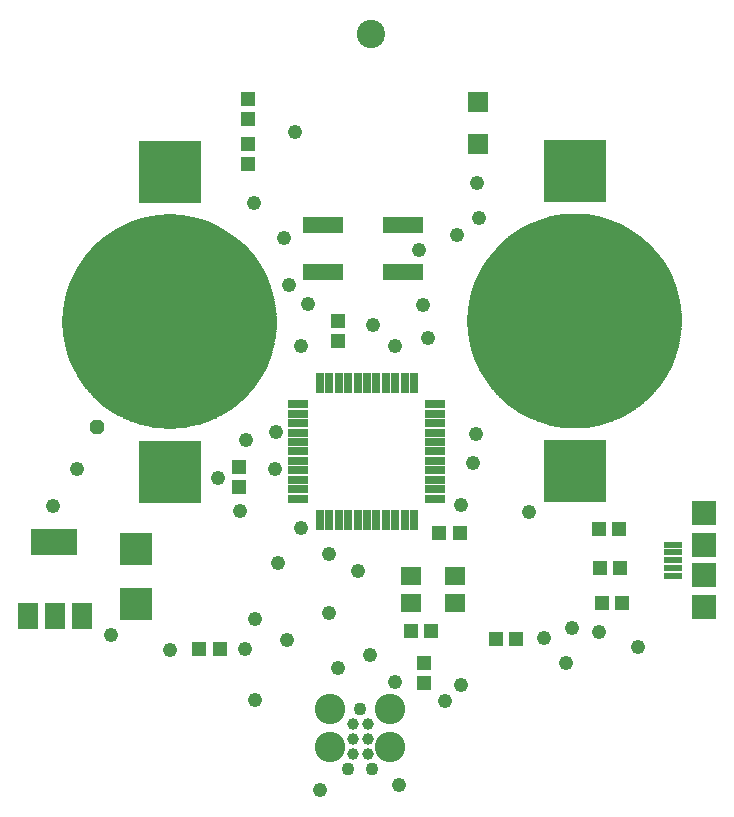
<source format=gts>
G75*
%MOIN*%
%OFA0B0*%
%FSLAX25Y25*%
%IPPOS*%
%LPD*%
%AMOC8*
5,1,8,0,0,1.08239X$1,22.5*
%
%ADD10C,0.09461*%
%ADD11R,0.06706X0.02769*%
%ADD12R,0.02769X0.06706*%
%ADD13R,0.13398X0.05524*%
%ADD14R,0.05131X0.04737*%
%ADD15R,0.04737X0.05131*%
%ADD16R,0.06312X0.02178*%
%ADD17R,0.08280X0.07887*%
%ADD18R,0.08280X0.08280*%
%ADD19R,0.06706X0.06706*%
%ADD20R,0.07099X0.05918*%
%ADD21R,0.06700X0.08700*%
%ADD22R,0.15800X0.08700*%
%ADD23R,0.16800X0.16800*%
%ADD24R,0.20800X0.20800*%
%ADD25C,0.00500*%
%ADD26C,0.03900*%
%ADD27C,0.04300*%
%ADD28C,0.10150*%
%ADD29R,0.10800X0.10800*%
%ADD30C,0.04762*%
%ADD31OC8,0.04762*%
D10*
X0202000Y0304117D03*
D11*
X0223585Y0180615D03*
X0223585Y0177465D03*
X0223585Y0174316D03*
X0223585Y0171166D03*
X0223585Y0168016D03*
X0223585Y0164867D03*
X0223585Y0161717D03*
X0223585Y0158568D03*
X0223585Y0155418D03*
X0223585Y0152268D03*
X0223585Y0149119D03*
X0177915Y0149119D03*
X0177915Y0152268D03*
X0177915Y0155418D03*
X0177915Y0158568D03*
X0177915Y0161717D03*
X0177915Y0164867D03*
X0177915Y0168016D03*
X0177915Y0171166D03*
X0177915Y0174316D03*
X0177915Y0177465D03*
X0177915Y0180615D03*
D12*
X0185002Y0187701D03*
X0188152Y0187701D03*
X0191301Y0187701D03*
X0194451Y0187701D03*
X0197600Y0187701D03*
X0200750Y0187701D03*
X0203900Y0187701D03*
X0207049Y0187701D03*
X0210199Y0187701D03*
X0213348Y0187701D03*
X0216498Y0187701D03*
X0216498Y0142032D03*
X0213348Y0142032D03*
X0210199Y0142032D03*
X0207049Y0142032D03*
X0203900Y0142032D03*
X0200750Y0142032D03*
X0197600Y0142032D03*
X0194451Y0142032D03*
X0191301Y0142032D03*
X0188152Y0142032D03*
X0185002Y0142032D03*
D13*
X0186114Y0224743D03*
X0186114Y0240491D03*
X0212886Y0240491D03*
X0212886Y0224743D03*
D14*
X0161000Y0260520D03*
X0161000Y0267213D03*
X0161000Y0275520D03*
X0161000Y0282213D03*
X0224904Y0137617D03*
X0231596Y0137617D03*
X0222096Y0104867D03*
X0215404Y0104867D03*
X0243654Y0102367D03*
X0250346Y0102367D03*
X0279154Y0114367D03*
X0285846Y0114367D03*
X0151596Y0099117D03*
X0144904Y0099117D03*
D15*
X0158250Y0153020D03*
X0158250Y0159713D03*
X0191250Y0201520D03*
X0191250Y0208213D03*
X0278154Y0138867D03*
X0284846Y0138867D03*
X0285096Y0125867D03*
X0278404Y0125867D03*
X0219750Y0094463D03*
X0219750Y0087770D03*
D16*
X0302817Y0123499D03*
X0302817Y0126058D03*
X0302817Y0128617D03*
X0302817Y0131176D03*
X0302817Y0133735D03*
D17*
X0313250Y0144365D03*
X0313250Y0112869D03*
D18*
X0313250Y0123617D03*
X0313250Y0133617D03*
D19*
X0237750Y0267477D03*
X0237750Y0281257D03*
D20*
X0230230Y0123394D03*
X0230230Y0114339D03*
X0215270Y0114339D03*
X0215270Y0123394D03*
D21*
X0105600Y0109967D03*
X0096600Y0109967D03*
X0087600Y0109967D03*
D22*
X0096500Y0134767D03*
D23*
X0135000Y0208117D03*
X0270000Y0208367D03*
D24*
X0270000Y0258367D03*
X0270000Y0158367D03*
X0135000Y0158117D03*
X0135000Y0258117D03*
D25*
X0135000Y0243550D02*
X0131033Y0243327D01*
X0127115Y0242661D01*
X0123297Y0241561D01*
X0119626Y0240041D01*
X0116148Y0238119D01*
X0112908Y0235819D01*
X0109945Y0233172D01*
X0107297Y0230209D01*
X0104998Y0226968D01*
X0103076Y0223491D01*
X0101555Y0219820D01*
X0100455Y0216001D01*
X0099790Y0212084D01*
X0099567Y0208117D01*
X0099790Y0204150D01*
X0100455Y0200232D01*
X0101555Y0196414D01*
X0103076Y0192743D01*
X0104998Y0189265D01*
X0107297Y0186025D01*
X0109945Y0183062D01*
X0112908Y0180414D01*
X0116148Y0178115D01*
X0119626Y0176193D01*
X0123297Y0174672D01*
X0127115Y0173572D01*
X0131033Y0172906D01*
X0135000Y0172684D01*
X0138967Y0172906D01*
X0142885Y0173572D01*
X0146703Y0174672D01*
X0150374Y0176193D01*
X0153852Y0178115D01*
X0157092Y0180414D01*
X0160055Y0183062D01*
X0162703Y0186025D01*
X0165002Y0189265D01*
X0166924Y0192743D01*
X0168445Y0196414D01*
X0169545Y0200232D01*
X0170210Y0204150D01*
X0170433Y0208117D01*
X0170210Y0212084D01*
X0169545Y0216001D01*
X0168445Y0219820D01*
X0166924Y0223491D01*
X0165002Y0226968D01*
X0162703Y0230209D01*
X0160055Y0233172D01*
X0157092Y0235819D01*
X0153852Y0238119D01*
X0150374Y0240041D01*
X0146703Y0241561D01*
X0142885Y0242661D01*
X0138967Y0243327D01*
X0135000Y0243550D01*
X0133325Y0243456D02*
X0136675Y0243456D01*
X0141143Y0242957D02*
X0128857Y0242957D01*
X0126412Y0242459D02*
X0143588Y0242459D01*
X0145319Y0241960D02*
X0124681Y0241960D01*
X0123056Y0241462D02*
X0146944Y0241462D01*
X0148147Y0240963D02*
X0121853Y0240963D01*
X0120649Y0240465D02*
X0149351Y0240465D01*
X0150509Y0239966D02*
X0119491Y0239966D01*
X0118589Y0239468D02*
X0151411Y0239468D01*
X0152313Y0238969D02*
X0117687Y0238969D01*
X0116785Y0238471D02*
X0153215Y0238471D01*
X0154058Y0237972D02*
X0115942Y0237972D01*
X0115239Y0237474D02*
X0154761Y0237474D01*
X0155463Y0236975D02*
X0114537Y0236975D01*
X0113834Y0236477D02*
X0156166Y0236477D01*
X0156869Y0235978D02*
X0113131Y0235978D01*
X0112528Y0235480D02*
X0157472Y0235480D01*
X0158030Y0234981D02*
X0111970Y0234981D01*
X0111412Y0234483D02*
X0158588Y0234483D01*
X0159146Y0233984D02*
X0110854Y0233984D01*
X0110296Y0233486D02*
X0159704Y0233486D01*
X0160220Y0232987D02*
X0109780Y0232987D01*
X0109334Y0232489D02*
X0160666Y0232489D01*
X0161111Y0231990D02*
X0108889Y0231990D01*
X0108443Y0231492D02*
X0161556Y0231492D01*
X0162002Y0230993D02*
X0107998Y0230993D01*
X0107552Y0230494D02*
X0162447Y0230494D01*
X0162854Y0229996D02*
X0107146Y0229996D01*
X0106792Y0229497D02*
X0163207Y0229497D01*
X0163561Y0228999D02*
X0106439Y0228999D01*
X0106085Y0228500D02*
X0163915Y0228500D01*
X0164269Y0228002D02*
X0105731Y0228002D01*
X0105378Y0227503D02*
X0164622Y0227503D01*
X0164976Y0227005D02*
X0105024Y0227005D01*
X0104743Y0226506D02*
X0165257Y0226506D01*
X0165533Y0226008D02*
X0104467Y0226008D01*
X0104192Y0225509D02*
X0165808Y0225509D01*
X0166084Y0225011D02*
X0103916Y0225011D01*
X0103641Y0224512D02*
X0166359Y0224512D01*
X0166635Y0224014D02*
X0103365Y0224014D01*
X0103090Y0223515D02*
X0166910Y0223515D01*
X0167120Y0223017D02*
X0102880Y0223017D01*
X0102673Y0222518D02*
X0167327Y0222518D01*
X0167533Y0222020D02*
X0102467Y0222020D01*
X0102260Y0221521D02*
X0167740Y0221521D01*
X0167946Y0221023D02*
X0102054Y0221023D01*
X0101847Y0220524D02*
X0168153Y0220524D01*
X0168359Y0220026D02*
X0101641Y0220026D01*
X0101471Y0219527D02*
X0168529Y0219527D01*
X0168673Y0219029D02*
X0101327Y0219029D01*
X0101184Y0218530D02*
X0168816Y0218530D01*
X0168960Y0218032D02*
X0101040Y0218032D01*
X0100897Y0217533D02*
X0169103Y0217533D01*
X0169247Y0217035D02*
X0100753Y0217035D01*
X0100609Y0216536D02*
X0169391Y0216536D01*
X0169534Y0216038D02*
X0100466Y0216038D01*
X0100377Y0215539D02*
X0169623Y0215539D01*
X0169708Y0215041D02*
X0100292Y0215041D01*
X0100207Y0214542D02*
X0169793Y0214542D01*
X0169877Y0214044D02*
X0100123Y0214044D01*
X0100038Y0213545D02*
X0169962Y0213545D01*
X0170047Y0213047D02*
X0099953Y0213047D01*
X0099869Y0212548D02*
X0170131Y0212548D01*
X0170212Y0212050D02*
X0099788Y0212050D01*
X0099760Y0211551D02*
X0170240Y0211551D01*
X0170268Y0211053D02*
X0099732Y0211053D01*
X0099704Y0210554D02*
X0170296Y0210554D01*
X0170324Y0210056D02*
X0099676Y0210056D01*
X0099648Y0209557D02*
X0170352Y0209557D01*
X0170380Y0209059D02*
X0099620Y0209059D01*
X0099592Y0208560D02*
X0170408Y0208560D01*
X0170430Y0208061D02*
X0099570Y0208061D01*
X0099598Y0207563D02*
X0170402Y0207563D01*
X0170374Y0207064D02*
X0099626Y0207064D01*
X0099654Y0206566D02*
X0170346Y0206566D01*
X0170318Y0206067D02*
X0099682Y0206067D01*
X0099710Y0205569D02*
X0170290Y0205569D01*
X0170262Y0205070D02*
X0099738Y0205070D01*
X0099766Y0204572D02*
X0170234Y0204572D01*
X0170197Y0204073D02*
X0099803Y0204073D01*
X0099887Y0203575D02*
X0170113Y0203575D01*
X0170028Y0203076D02*
X0099972Y0203076D01*
X0100057Y0202578D02*
X0169943Y0202578D01*
X0169859Y0202079D02*
X0100141Y0202079D01*
X0100226Y0201581D02*
X0169774Y0201581D01*
X0169689Y0201082D02*
X0100311Y0201082D01*
X0100396Y0200584D02*
X0169604Y0200584D01*
X0169502Y0200085D02*
X0100498Y0200085D01*
X0100641Y0199587D02*
X0169359Y0199587D01*
X0169215Y0199088D02*
X0100785Y0199088D01*
X0100928Y0198590D02*
X0169072Y0198590D01*
X0168928Y0198091D02*
X0101072Y0198091D01*
X0101216Y0197593D02*
X0168784Y0197593D01*
X0168641Y0197094D02*
X0101359Y0197094D01*
X0101503Y0196596D02*
X0168497Y0196596D01*
X0168313Y0196097D02*
X0101687Y0196097D01*
X0101893Y0195599D02*
X0168107Y0195599D01*
X0167901Y0195100D02*
X0102100Y0195100D01*
X0102306Y0194602D02*
X0167694Y0194602D01*
X0167488Y0194103D02*
X0102512Y0194103D01*
X0102719Y0193605D02*
X0167281Y0193605D01*
X0167075Y0193106D02*
X0102925Y0193106D01*
X0103151Y0192608D02*
X0166849Y0192608D01*
X0166574Y0192109D02*
X0103426Y0192109D01*
X0103702Y0191611D02*
X0166298Y0191611D01*
X0166023Y0191112D02*
X0103977Y0191112D01*
X0104253Y0190614D02*
X0165747Y0190614D01*
X0165472Y0190115D02*
X0104528Y0190115D01*
X0104804Y0189617D02*
X0165196Y0189617D01*
X0164898Y0189118D02*
X0105102Y0189118D01*
X0105456Y0188620D02*
X0164544Y0188620D01*
X0164190Y0188121D02*
X0105810Y0188121D01*
X0106164Y0187623D02*
X0163836Y0187623D01*
X0163483Y0187124D02*
X0106517Y0187124D01*
X0106871Y0186625D02*
X0163129Y0186625D01*
X0162775Y0186127D02*
X0107225Y0186127D01*
X0107651Y0185628D02*
X0162349Y0185628D01*
X0161903Y0185130D02*
X0108097Y0185130D01*
X0108542Y0184631D02*
X0161458Y0184631D01*
X0161012Y0184133D02*
X0108988Y0184133D01*
X0109433Y0183634D02*
X0160567Y0183634D01*
X0160121Y0183136D02*
X0109879Y0183136D01*
X0110420Y0182637D02*
X0159580Y0182637D01*
X0159022Y0182139D02*
X0110978Y0182139D01*
X0111536Y0181640D02*
X0158464Y0181640D01*
X0157907Y0181142D02*
X0112093Y0181142D01*
X0112651Y0180643D02*
X0157349Y0180643D01*
X0156713Y0180145D02*
X0113287Y0180145D01*
X0113990Y0179646D02*
X0156010Y0179646D01*
X0155308Y0179148D02*
X0114692Y0179148D01*
X0115395Y0178649D02*
X0154605Y0178649D01*
X0153902Y0178151D02*
X0116098Y0178151D01*
X0116985Y0177652D02*
X0153015Y0177652D01*
X0152113Y0177154D02*
X0117887Y0177154D01*
X0118789Y0176655D02*
X0151211Y0176655D01*
X0150287Y0176157D02*
X0119713Y0176157D01*
X0120916Y0175658D02*
X0149084Y0175658D01*
X0147880Y0175160D02*
X0122120Y0175160D01*
X0123335Y0174661D02*
X0146665Y0174661D01*
X0144935Y0174163D02*
X0125065Y0174163D01*
X0126796Y0173664D02*
X0143204Y0173664D01*
X0140493Y0173166D02*
X0129507Y0173166D01*
X0234790Y0204400D02*
X0234567Y0208367D01*
X0234790Y0212334D01*
X0235455Y0216251D01*
X0236555Y0220070D01*
X0238076Y0223741D01*
X0239998Y0227218D01*
X0242297Y0230459D01*
X0244945Y0233422D01*
X0247908Y0236069D01*
X0251148Y0238369D01*
X0254626Y0240291D01*
X0258297Y0241811D01*
X0262115Y0242911D01*
X0266033Y0243577D01*
X0270000Y0243800D01*
X0273967Y0243577D01*
X0277885Y0242911D01*
X0281703Y0241811D01*
X0285374Y0240291D01*
X0288852Y0238369D01*
X0292092Y0236069D01*
X0295055Y0233422D01*
X0297703Y0230459D01*
X0300002Y0227218D01*
X0301924Y0223741D01*
X0303445Y0220070D01*
X0304545Y0216251D01*
X0305210Y0212334D01*
X0305433Y0208367D01*
X0305210Y0204400D01*
X0304545Y0200482D01*
X0303445Y0196664D01*
X0301924Y0192993D01*
X0300002Y0189515D01*
X0297703Y0186275D01*
X0295055Y0183312D01*
X0292092Y0180664D01*
X0288852Y0178365D01*
X0285374Y0176443D01*
X0281703Y0174922D01*
X0277885Y0173822D01*
X0273967Y0173156D01*
X0270000Y0172934D01*
X0266033Y0173156D01*
X0262115Y0173822D01*
X0258297Y0174922D01*
X0254626Y0176443D01*
X0251148Y0178365D01*
X0247908Y0180664D01*
X0244945Y0183312D01*
X0242297Y0186275D01*
X0239998Y0189515D01*
X0238076Y0192993D01*
X0236555Y0196664D01*
X0235455Y0200482D01*
X0234790Y0204400D01*
X0234780Y0204572D02*
X0305220Y0204572D01*
X0305248Y0205070D02*
X0234752Y0205070D01*
X0234724Y0205569D02*
X0305276Y0205569D01*
X0305304Y0206067D02*
X0234696Y0206067D01*
X0234668Y0206566D02*
X0305332Y0206566D01*
X0305360Y0207064D02*
X0234640Y0207064D01*
X0234612Y0207563D02*
X0305388Y0207563D01*
X0305416Y0208061D02*
X0234584Y0208061D01*
X0234578Y0208560D02*
X0305422Y0208560D01*
X0305394Y0209059D02*
X0234606Y0209059D01*
X0234634Y0209557D02*
X0305366Y0209557D01*
X0305338Y0210056D02*
X0234662Y0210056D01*
X0234690Y0210554D02*
X0305310Y0210554D01*
X0305282Y0211053D02*
X0234718Y0211053D01*
X0234746Y0211551D02*
X0305254Y0211551D01*
X0305226Y0212050D02*
X0234774Y0212050D01*
X0234826Y0212548D02*
X0305174Y0212548D01*
X0305089Y0213047D02*
X0234911Y0213047D01*
X0234995Y0213545D02*
X0305004Y0213545D01*
X0304920Y0214044D02*
X0235080Y0214044D01*
X0235165Y0214542D02*
X0304835Y0214542D01*
X0304750Y0215041D02*
X0235250Y0215041D01*
X0235334Y0215539D02*
X0304666Y0215539D01*
X0304581Y0216038D02*
X0235419Y0216038D01*
X0235537Y0216536D02*
X0304463Y0216536D01*
X0304319Y0217035D02*
X0235681Y0217035D01*
X0235825Y0217533D02*
X0304175Y0217533D01*
X0304032Y0218032D02*
X0235968Y0218032D01*
X0236112Y0218530D02*
X0303888Y0218530D01*
X0303745Y0219029D02*
X0236255Y0219029D01*
X0236399Y0219527D02*
X0303601Y0219527D01*
X0303457Y0220026D02*
X0236543Y0220026D01*
X0236744Y0220524D02*
X0303256Y0220524D01*
X0303050Y0221023D02*
X0236950Y0221023D01*
X0237157Y0221521D02*
X0302843Y0221521D01*
X0302637Y0222020D02*
X0237363Y0222020D01*
X0237570Y0222518D02*
X0302430Y0222518D01*
X0302224Y0223017D02*
X0237776Y0223017D01*
X0237983Y0223515D02*
X0302017Y0223515D01*
X0301773Y0224014D02*
X0238227Y0224014D01*
X0238502Y0224512D02*
X0301498Y0224512D01*
X0301222Y0225011D02*
X0238778Y0225011D01*
X0239053Y0225509D02*
X0300947Y0225509D01*
X0300671Y0226008D02*
X0239329Y0226008D01*
X0239605Y0226506D02*
X0300395Y0226506D01*
X0300120Y0227005D02*
X0239880Y0227005D01*
X0240200Y0227503D02*
X0299800Y0227503D01*
X0299446Y0228002D02*
X0240554Y0228002D01*
X0240908Y0228500D02*
X0299092Y0228500D01*
X0298739Y0228999D02*
X0241261Y0228999D01*
X0241615Y0229497D02*
X0298385Y0229497D01*
X0298031Y0229996D02*
X0241969Y0229996D01*
X0242329Y0230494D02*
X0297671Y0230494D01*
X0297225Y0230993D02*
X0242775Y0230993D01*
X0243220Y0231492D02*
X0296780Y0231492D01*
X0296334Y0231990D02*
X0243666Y0231990D01*
X0244111Y0232489D02*
X0295889Y0232489D01*
X0295443Y0232987D02*
X0244557Y0232987D01*
X0245016Y0233486D02*
X0294984Y0233486D01*
X0294426Y0233984D02*
X0245574Y0233984D01*
X0246132Y0234483D02*
X0293868Y0234483D01*
X0293310Y0234981D02*
X0246690Y0234981D01*
X0247248Y0235480D02*
X0292752Y0235480D01*
X0292194Y0235978D02*
X0247806Y0235978D01*
X0248482Y0236477D02*
X0291518Y0236477D01*
X0290816Y0236975D02*
X0249184Y0236975D01*
X0249887Y0237474D02*
X0290113Y0237474D01*
X0289411Y0237972D02*
X0250589Y0237972D01*
X0251333Y0238471D02*
X0288667Y0238471D01*
X0287765Y0238969D02*
X0252235Y0238969D01*
X0253137Y0239468D02*
X0286863Y0239468D01*
X0285961Y0239966D02*
X0254039Y0239966D01*
X0255046Y0240465D02*
X0284954Y0240465D01*
X0283751Y0240963D02*
X0256249Y0240963D01*
X0257453Y0241462D02*
X0282547Y0241462D01*
X0281186Y0241960D02*
X0258814Y0241960D01*
X0260544Y0242459D02*
X0279456Y0242459D01*
X0277615Y0242957D02*
X0262385Y0242957D01*
X0265319Y0243456D02*
X0274681Y0243456D01*
X0305155Y0204073D02*
X0234845Y0204073D01*
X0234930Y0203575D02*
X0305070Y0203575D01*
X0304985Y0203076D02*
X0235015Y0203076D01*
X0235099Y0202578D02*
X0304901Y0202578D01*
X0304816Y0202079D02*
X0235184Y0202079D01*
X0235269Y0201581D02*
X0304731Y0201581D01*
X0304647Y0201082D02*
X0235353Y0201082D01*
X0235438Y0200584D02*
X0304562Y0200584D01*
X0304430Y0200085D02*
X0235570Y0200085D01*
X0235713Y0199587D02*
X0304287Y0199587D01*
X0304143Y0199088D02*
X0235857Y0199088D01*
X0236001Y0198590D02*
X0304000Y0198590D01*
X0303856Y0198091D02*
X0236144Y0198091D01*
X0236288Y0197593D02*
X0303712Y0197593D01*
X0303569Y0197094D02*
X0236431Y0197094D01*
X0236584Y0196596D02*
X0303416Y0196596D01*
X0303210Y0196097D02*
X0236790Y0196097D01*
X0236997Y0195599D02*
X0303003Y0195599D01*
X0302797Y0195100D02*
X0237203Y0195100D01*
X0237410Y0194602D02*
X0302590Y0194602D01*
X0302384Y0194103D02*
X0237616Y0194103D01*
X0237823Y0193605D02*
X0302177Y0193605D01*
X0301971Y0193106D02*
X0238029Y0193106D01*
X0238289Y0192608D02*
X0301711Y0192608D01*
X0301436Y0192109D02*
X0238564Y0192109D01*
X0238840Y0191611D02*
X0301160Y0191611D01*
X0300885Y0191112D02*
X0239115Y0191112D01*
X0239391Y0190614D02*
X0300609Y0190614D01*
X0300334Y0190115D02*
X0239666Y0190115D01*
X0239942Y0189617D02*
X0300058Y0189617D01*
X0299720Y0189118D02*
X0240280Y0189118D01*
X0240633Y0188620D02*
X0299367Y0188620D01*
X0299013Y0188121D02*
X0240987Y0188121D01*
X0241341Y0187623D02*
X0298659Y0187623D01*
X0298305Y0187124D02*
X0241695Y0187124D01*
X0242048Y0186625D02*
X0297952Y0186625D01*
X0297571Y0186127D02*
X0242429Y0186127D01*
X0242875Y0185628D02*
X0297125Y0185628D01*
X0296680Y0185130D02*
X0243320Y0185130D01*
X0243766Y0184631D02*
X0296234Y0184631D01*
X0295789Y0184133D02*
X0244211Y0184133D01*
X0244657Y0183634D02*
X0295343Y0183634D01*
X0294858Y0183136D02*
X0245142Y0183136D01*
X0245700Y0182637D02*
X0294300Y0182637D01*
X0293743Y0182139D02*
X0246258Y0182139D01*
X0246815Y0181640D02*
X0293185Y0181640D01*
X0292627Y0181142D02*
X0247373Y0181142D01*
X0247937Y0180643D02*
X0292063Y0180643D01*
X0291360Y0180145D02*
X0248640Y0180145D01*
X0249342Y0179646D02*
X0290658Y0179646D01*
X0289955Y0179148D02*
X0250045Y0179148D01*
X0250747Y0178649D02*
X0289253Y0178649D01*
X0288464Y0178151D02*
X0251536Y0178151D01*
X0252438Y0177652D02*
X0287562Y0177652D01*
X0286660Y0177154D02*
X0253340Y0177154D01*
X0254242Y0176655D02*
X0285759Y0176655D01*
X0284684Y0176157D02*
X0255316Y0176157D01*
X0256520Y0175658D02*
X0283480Y0175658D01*
X0282277Y0175160D02*
X0257723Y0175160D01*
X0259203Y0174661D02*
X0280797Y0174661D01*
X0279067Y0174163D02*
X0260933Y0174163D01*
X0263045Y0173664D02*
X0276955Y0173664D01*
X0274021Y0173166D02*
X0265979Y0173166D01*
D26*
X0201000Y0073867D03*
X0196000Y0073867D03*
X0196000Y0068867D03*
X0201000Y0068867D03*
X0201000Y0063867D03*
X0196000Y0063867D03*
D27*
X0194500Y0058867D03*
X0202500Y0058867D03*
X0198500Y0078867D03*
D28*
X0188500Y0078867D03*
X0188500Y0066367D03*
X0208500Y0066367D03*
X0208500Y0078867D03*
D29*
X0123750Y0113867D03*
X0123750Y0132367D03*
D30*
X0115500Y0103617D03*
X0135250Y0098617D03*
X0160000Y0099117D03*
X0163500Y0108867D03*
X0174000Y0101867D03*
X0188000Y0111117D03*
X0197750Y0124867D03*
X0188000Y0130617D03*
X0178750Y0139367D03*
X0171000Y0127617D03*
X0158500Y0144867D03*
X0151000Y0156117D03*
X0160500Y0168617D03*
X0170500Y0171367D03*
X0170000Y0159117D03*
X0178750Y0200117D03*
X0181000Y0213867D03*
X0174750Y0220367D03*
X0173250Y0235867D03*
X0163250Y0247617D03*
X0176750Y0271367D03*
X0218250Y0231867D03*
X0230750Y0236867D03*
X0238000Y0242617D03*
X0237500Y0254367D03*
X0219500Y0213617D03*
X0221250Y0202617D03*
X0210250Y0199867D03*
X0202750Y0207117D03*
X0237000Y0170617D03*
X0236000Y0160867D03*
X0232250Y0147117D03*
X0254750Y0144617D03*
X0269000Y0105867D03*
X0278000Y0104617D03*
X0267000Y0094367D03*
X0259750Y0102617D03*
X0232000Y0087117D03*
X0226750Y0081617D03*
X0210000Y0087867D03*
X0201750Y0096867D03*
X0191250Y0092617D03*
X0163500Y0081867D03*
X0185250Y0051867D03*
X0211500Y0053617D03*
X0291250Y0099617D03*
X0104250Y0159117D03*
X0096250Y0146617D03*
D31*
X0110750Y0172867D03*
M02*

</source>
